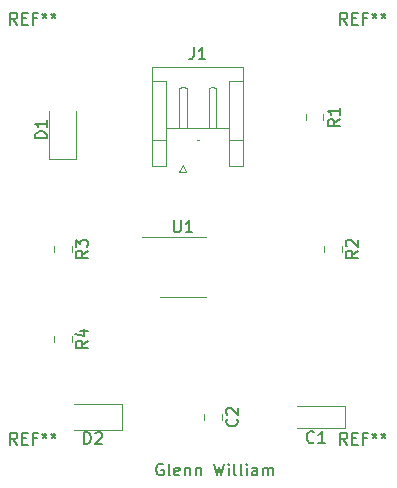
<source format=gbr>
%TF.GenerationSoftware,KiCad,Pcbnew,7.0.10*%
%TF.CreationDate,2024-01-18T13:18:40-08:00*%
%TF.ProjectId,Lab2,4c616232-2e6b-4696-9361-645f70636258,rev?*%
%TF.SameCoordinates,Original*%
%TF.FileFunction,Legend,Top*%
%TF.FilePolarity,Positive*%
%FSLAX46Y46*%
G04 Gerber Fmt 4.6, Leading zero omitted, Abs format (unit mm)*
G04 Created by KiCad (PCBNEW 7.0.10) date 2024-01-18 13:18:40*
%MOMM*%
%LPD*%
G01*
G04 APERTURE LIST*
%ADD10C,0.150000*%
%ADD11C,0.120000*%
G04 APERTURE END LIST*
D10*
X71980588Y-62417438D02*
X71885350Y-62369819D01*
X71885350Y-62369819D02*
X71742493Y-62369819D01*
X71742493Y-62369819D02*
X71599636Y-62417438D01*
X71599636Y-62417438D02*
X71504398Y-62512676D01*
X71504398Y-62512676D02*
X71456779Y-62607914D01*
X71456779Y-62607914D02*
X71409160Y-62798390D01*
X71409160Y-62798390D02*
X71409160Y-62941247D01*
X71409160Y-62941247D02*
X71456779Y-63131723D01*
X71456779Y-63131723D02*
X71504398Y-63226961D01*
X71504398Y-63226961D02*
X71599636Y-63322200D01*
X71599636Y-63322200D02*
X71742493Y-63369819D01*
X71742493Y-63369819D02*
X71837731Y-63369819D01*
X71837731Y-63369819D02*
X71980588Y-63322200D01*
X71980588Y-63322200D02*
X72028207Y-63274580D01*
X72028207Y-63274580D02*
X72028207Y-62941247D01*
X72028207Y-62941247D02*
X71837731Y-62941247D01*
X72599636Y-63369819D02*
X72504398Y-63322200D01*
X72504398Y-63322200D02*
X72456779Y-63226961D01*
X72456779Y-63226961D02*
X72456779Y-62369819D01*
X73361541Y-63322200D02*
X73266303Y-63369819D01*
X73266303Y-63369819D02*
X73075827Y-63369819D01*
X73075827Y-63369819D02*
X72980589Y-63322200D01*
X72980589Y-63322200D02*
X72932970Y-63226961D01*
X72932970Y-63226961D02*
X72932970Y-62846009D01*
X72932970Y-62846009D02*
X72980589Y-62750771D01*
X72980589Y-62750771D02*
X73075827Y-62703152D01*
X73075827Y-62703152D02*
X73266303Y-62703152D01*
X73266303Y-62703152D02*
X73361541Y-62750771D01*
X73361541Y-62750771D02*
X73409160Y-62846009D01*
X73409160Y-62846009D02*
X73409160Y-62941247D01*
X73409160Y-62941247D02*
X72932970Y-63036485D01*
X73837732Y-62703152D02*
X73837732Y-63369819D01*
X73837732Y-62798390D02*
X73885351Y-62750771D01*
X73885351Y-62750771D02*
X73980589Y-62703152D01*
X73980589Y-62703152D02*
X74123446Y-62703152D01*
X74123446Y-62703152D02*
X74218684Y-62750771D01*
X74218684Y-62750771D02*
X74266303Y-62846009D01*
X74266303Y-62846009D02*
X74266303Y-63369819D01*
X74742494Y-62703152D02*
X74742494Y-63369819D01*
X74742494Y-62798390D02*
X74790113Y-62750771D01*
X74790113Y-62750771D02*
X74885351Y-62703152D01*
X74885351Y-62703152D02*
X75028208Y-62703152D01*
X75028208Y-62703152D02*
X75123446Y-62750771D01*
X75123446Y-62750771D02*
X75171065Y-62846009D01*
X75171065Y-62846009D02*
X75171065Y-63369819D01*
X76313923Y-62369819D02*
X76552018Y-63369819D01*
X76552018Y-63369819D02*
X76742494Y-62655533D01*
X76742494Y-62655533D02*
X76932970Y-63369819D01*
X76932970Y-63369819D02*
X77171066Y-62369819D01*
X77552018Y-63369819D02*
X77552018Y-62703152D01*
X77552018Y-62369819D02*
X77504399Y-62417438D01*
X77504399Y-62417438D02*
X77552018Y-62465057D01*
X77552018Y-62465057D02*
X77599637Y-62417438D01*
X77599637Y-62417438D02*
X77552018Y-62369819D01*
X77552018Y-62369819D02*
X77552018Y-62465057D01*
X78171065Y-63369819D02*
X78075827Y-63322200D01*
X78075827Y-63322200D02*
X78028208Y-63226961D01*
X78028208Y-63226961D02*
X78028208Y-62369819D01*
X78694875Y-63369819D02*
X78599637Y-63322200D01*
X78599637Y-63322200D02*
X78552018Y-63226961D01*
X78552018Y-63226961D02*
X78552018Y-62369819D01*
X79075828Y-63369819D02*
X79075828Y-62703152D01*
X79075828Y-62369819D02*
X79028209Y-62417438D01*
X79028209Y-62417438D02*
X79075828Y-62465057D01*
X79075828Y-62465057D02*
X79123447Y-62417438D01*
X79123447Y-62417438D02*
X79075828Y-62369819D01*
X79075828Y-62369819D02*
X79075828Y-62465057D01*
X79980589Y-63369819D02*
X79980589Y-62846009D01*
X79980589Y-62846009D02*
X79932970Y-62750771D01*
X79932970Y-62750771D02*
X79837732Y-62703152D01*
X79837732Y-62703152D02*
X79647256Y-62703152D01*
X79647256Y-62703152D02*
X79552018Y-62750771D01*
X79980589Y-63322200D02*
X79885351Y-63369819D01*
X79885351Y-63369819D02*
X79647256Y-63369819D01*
X79647256Y-63369819D02*
X79552018Y-63322200D01*
X79552018Y-63322200D02*
X79504399Y-63226961D01*
X79504399Y-63226961D02*
X79504399Y-63131723D01*
X79504399Y-63131723D02*
X79552018Y-63036485D01*
X79552018Y-63036485D02*
X79647256Y-62988866D01*
X79647256Y-62988866D02*
X79885351Y-62988866D01*
X79885351Y-62988866D02*
X79980589Y-62941247D01*
X80456780Y-63369819D02*
X80456780Y-62703152D01*
X80456780Y-62798390D02*
X80504399Y-62750771D01*
X80504399Y-62750771D02*
X80599637Y-62703152D01*
X80599637Y-62703152D02*
X80742494Y-62703152D01*
X80742494Y-62703152D02*
X80837732Y-62750771D01*
X80837732Y-62750771D02*
X80885351Y-62846009D01*
X80885351Y-62846009D02*
X80885351Y-63369819D01*
X80885351Y-62846009D02*
X80932970Y-62750771D01*
X80932970Y-62750771D02*
X81028208Y-62703152D01*
X81028208Y-62703152D02*
X81171065Y-62703152D01*
X81171065Y-62703152D02*
X81266304Y-62750771D01*
X81266304Y-62750771D02*
X81313923Y-62846009D01*
X81313923Y-62846009D02*
X81313923Y-63369819D01*
X72898095Y-41774819D02*
X72898095Y-42584342D01*
X72898095Y-42584342D02*
X72945714Y-42679580D01*
X72945714Y-42679580D02*
X72993333Y-42727200D01*
X72993333Y-42727200D02*
X73088571Y-42774819D01*
X73088571Y-42774819D02*
X73279047Y-42774819D01*
X73279047Y-42774819D02*
X73374285Y-42727200D01*
X73374285Y-42727200D02*
X73421904Y-42679580D01*
X73421904Y-42679580D02*
X73469523Y-42584342D01*
X73469523Y-42584342D02*
X73469523Y-41774819D01*
X74469523Y-42774819D02*
X73898095Y-42774819D01*
X74183809Y-42774819D02*
X74183809Y-41774819D01*
X74183809Y-41774819D02*
X74088571Y-41917676D01*
X74088571Y-41917676D02*
X73993333Y-42012914D01*
X73993333Y-42012914D02*
X73898095Y-42060533D01*
X87566666Y-60754819D02*
X87233333Y-60278628D01*
X86995238Y-60754819D02*
X86995238Y-59754819D01*
X86995238Y-59754819D02*
X87376190Y-59754819D01*
X87376190Y-59754819D02*
X87471428Y-59802438D01*
X87471428Y-59802438D02*
X87519047Y-59850057D01*
X87519047Y-59850057D02*
X87566666Y-59945295D01*
X87566666Y-59945295D02*
X87566666Y-60088152D01*
X87566666Y-60088152D02*
X87519047Y-60183390D01*
X87519047Y-60183390D02*
X87471428Y-60231009D01*
X87471428Y-60231009D02*
X87376190Y-60278628D01*
X87376190Y-60278628D02*
X86995238Y-60278628D01*
X87995238Y-60231009D02*
X88328571Y-60231009D01*
X88471428Y-60754819D02*
X87995238Y-60754819D01*
X87995238Y-60754819D02*
X87995238Y-59754819D01*
X87995238Y-59754819D02*
X88471428Y-59754819D01*
X89233333Y-60231009D02*
X88900000Y-60231009D01*
X88900000Y-60754819D02*
X88900000Y-59754819D01*
X88900000Y-59754819D02*
X89376190Y-59754819D01*
X89900000Y-59754819D02*
X89900000Y-59992914D01*
X89661905Y-59897676D02*
X89900000Y-59992914D01*
X89900000Y-59992914D02*
X90138095Y-59897676D01*
X89757143Y-60183390D02*
X89900000Y-59992914D01*
X89900000Y-59992914D02*
X90042857Y-60183390D01*
X90661905Y-59754819D02*
X90661905Y-59992914D01*
X90423810Y-59897676D02*
X90661905Y-59992914D01*
X90661905Y-59992914D02*
X90900000Y-59897676D01*
X90519048Y-60183390D02*
X90661905Y-59992914D01*
X90661905Y-59992914D02*
X90804762Y-60183390D01*
X59626666Y-60754819D02*
X59293333Y-60278628D01*
X59055238Y-60754819D02*
X59055238Y-59754819D01*
X59055238Y-59754819D02*
X59436190Y-59754819D01*
X59436190Y-59754819D02*
X59531428Y-59802438D01*
X59531428Y-59802438D02*
X59579047Y-59850057D01*
X59579047Y-59850057D02*
X59626666Y-59945295D01*
X59626666Y-59945295D02*
X59626666Y-60088152D01*
X59626666Y-60088152D02*
X59579047Y-60183390D01*
X59579047Y-60183390D02*
X59531428Y-60231009D01*
X59531428Y-60231009D02*
X59436190Y-60278628D01*
X59436190Y-60278628D02*
X59055238Y-60278628D01*
X60055238Y-60231009D02*
X60388571Y-60231009D01*
X60531428Y-60754819D02*
X60055238Y-60754819D01*
X60055238Y-60754819D02*
X60055238Y-59754819D01*
X60055238Y-59754819D02*
X60531428Y-59754819D01*
X61293333Y-60231009D02*
X60960000Y-60231009D01*
X60960000Y-60754819D02*
X60960000Y-59754819D01*
X60960000Y-59754819D02*
X61436190Y-59754819D01*
X61960000Y-59754819D02*
X61960000Y-59992914D01*
X61721905Y-59897676D02*
X61960000Y-59992914D01*
X61960000Y-59992914D02*
X62198095Y-59897676D01*
X61817143Y-60183390D02*
X61960000Y-59992914D01*
X61960000Y-59992914D02*
X62102857Y-60183390D01*
X62721905Y-59754819D02*
X62721905Y-59992914D01*
X62483810Y-59897676D02*
X62721905Y-59992914D01*
X62721905Y-59992914D02*
X62960000Y-59897676D01*
X62579048Y-60183390D02*
X62721905Y-59992914D01*
X62721905Y-59992914D02*
X62864762Y-60183390D01*
X87566666Y-25194819D02*
X87233333Y-24718628D01*
X86995238Y-25194819D02*
X86995238Y-24194819D01*
X86995238Y-24194819D02*
X87376190Y-24194819D01*
X87376190Y-24194819D02*
X87471428Y-24242438D01*
X87471428Y-24242438D02*
X87519047Y-24290057D01*
X87519047Y-24290057D02*
X87566666Y-24385295D01*
X87566666Y-24385295D02*
X87566666Y-24528152D01*
X87566666Y-24528152D02*
X87519047Y-24623390D01*
X87519047Y-24623390D02*
X87471428Y-24671009D01*
X87471428Y-24671009D02*
X87376190Y-24718628D01*
X87376190Y-24718628D02*
X86995238Y-24718628D01*
X87995238Y-24671009D02*
X88328571Y-24671009D01*
X88471428Y-25194819D02*
X87995238Y-25194819D01*
X87995238Y-25194819D02*
X87995238Y-24194819D01*
X87995238Y-24194819D02*
X88471428Y-24194819D01*
X89233333Y-24671009D02*
X88900000Y-24671009D01*
X88900000Y-25194819D02*
X88900000Y-24194819D01*
X88900000Y-24194819D02*
X89376190Y-24194819D01*
X89900000Y-24194819D02*
X89900000Y-24432914D01*
X89661905Y-24337676D02*
X89900000Y-24432914D01*
X89900000Y-24432914D02*
X90138095Y-24337676D01*
X89757143Y-24623390D02*
X89900000Y-24432914D01*
X89900000Y-24432914D02*
X90042857Y-24623390D01*
X90661905Y-24194819D02*
X90661905Y-24432914D01*
X90423810Y-24337676D02*
X90661905Y-24432914D01*
X90661905Y-24432914D02*
X90900000Y-24337676D01*
X90519048Y-24623390D02*
X90661905Y-24432914D01*
X90661905Y-24432914D02*
X90804762Y-24623390D01*
X59626666Y-25194819D02*
X59293333Y-24718628D01*
X59055238Y-25194819D02*
X59055238Y-24194819D01*
X59055238Y-24194819D02*
X59436190Y-24194819D01*
X59436190Y-24194819D02*
X59531428Y-24242438D01*
X59531428Y-24242438D02*
X59579047Y-24290057D01*
X59579047Y-24290057D02*
X59626666Y-24385295D01*
X59626666Y-24385295D02*
X59626666Y-24528152D01*
X59626666Y-24528152D02*
X59579047Y-24623390D01*
X59579047Y-24623390D02*
X59531428Y-24671009D01*
X59531428Y-24671009D02*
X59436190Y-24718628D01*
X59436190Y-24718628D02*
X59055238Y-24718628D01*
X60055238Y-24671009D02*
X60388571Y-24671009D01*
X60531428Y-25194819D02*
X60055238Y-25194819D01*
X60055238Y-25194819D02*
X60055238Y-24194819D01*
X60055238Y-24194819D02*
X60531428Y-24194819D01*
X61293333Y-24671009D02*
X60960000Y-24671009D01*
X60960000Y-25194819D02*
X60960000Y-24194819D01*
X60960000Y-24194819D02*
X61436190Y-24194819D01*
X61960000Y-24194819D02*
X61960000Y-24432914D01*
X61721905Y-24337676D02*
X61960000Y-24432914D01*
X61960000Y-24432914D02*
X62198095Y-24337676D01*
X61817143Y-24623390D02*
X61960000Y-24432914D01*
X61960000Y-24432914D02*
X62102857Y-24623390D01*
X62721905Y-24194819D02*
X62721905Y-24432914D01*
X62483810Y-24337676D02*
X62721905Y-24432914D01*
X62721905Y-24432914D02*
X62960000Y-24337676D01*
X62579048Y-24623390D02*
X62721905Y-24432914D01*
X62721905Y-24432914D02*
X62864762Y-24623390D01*
X65301905Y-60694819D02*
X65301905Y-59694819D01*
X65301905Y-59694819D02*
X65540000Y-59694819D01*
X65540000Y-59694819D02*
X65682857Y-59742438D01*
X65682857Y-59742438D02*
X65778095Y-59837676D01*
X65778095Y-59837676D02*
X65825714Y-59932914D01*
X65825714Y-59932914D02*
X65873333Y-60123390D01*
X65873333Y-60123390D02*
X65873333Y-60266247D01*
X65873333Y-60266247D02*
X65825714Y-60456723D01*
X65825714Y-60456723D02*
X65778095Y-60551961D01*
X65778095Y-60551961D02*
X65682857Y-60647200D01*
X65682857Y-60647200D02*
X65540000Y-60694819D01*
X65540000Y-60694819D02*
X65301905Y-60694819D01*
X66254286Y-59790057D02*
X66301905Y-59742438D01*
X66301905Y-59742438D02*
X66397143Y-59694819D01*
X66397143Y-59694819D02*
X66635238Y-59694819D01*
X66635238Y-59694819D02*
X66730476Y-59742438D01*
X66730476Y-59742438D02*
X66778095Y-59790057D01*
X66778095Y-59790057D02*
X66825714Y-59885295D01*
X66825714Y-59885295D02*
X66825714Y-59980533D01*
X66825714Y-59980533D02*
X66778095Y-60123390D01*
X66778095Y-60123390D02*
X66206667Y-60694819D01*
X66206667Y-60694819D02*
X66825714Y-60694819D01*
X88464819Y-44346666D02*
X87988628Y-44679999D01*
X88464819Y-44918094D02*
X87464819Y-44918094D01*
X87464819Y-44918094D02*
X87464819Y-44537142D01*
X87464819Y-44537142D02*
X87512438Y-44441904D01*
X87512438Y-44441904D02*
X87560057Y-44394285D01*
X87560057Y-44394285D02*
X87655295Y-44346666D01*
X87655295Y-44346666D02*
X87798152Y-44346666D01*
X87798152Y-44346666D02*
X87893390Y-44394285D01*
X87893390Y-44394285D02*
X87941009Y-44441904D01*
X87941009Y-44441904D02*
X87988628Y-44537142D01*
X87988628Y-44537142D02*
X87988628Y-44918094D01*
X87560057Y-43965713D02*
X87512438Y-43918094D01*
X87512438Y-43918094D02*
X87464819Y-43822856D01*
X87464819Y-43822856D02*
X87464819Y-43584761D01*
X87464819Y-43584761D02*
X87512438Y-43489523D01*
X87512438Y-43489523D02*
X87560057Y-43441904D01*
X87560057Y-43441904D02*
X87655295Y-43394285D01*
X87655295Y-43394285D02*
X87750533Y-43394285D01*
X87750533Y-43394285D02*
X87893390Y-43441904D01*
X87893390Y-43441904D02*
X88464819Y-44013332D01*
X88464819Y-44013332D02*
X88464819Y-43394285D01*
X86924819Y-33186666D02*
X86448628Y-33519999D01*
X86924819Y-33758094D02*
X85924819Y-33758094D01*
X85924819Y-33758094D02*
X85924819Y-33377142D01*
X85924819Y-33377142D02*
X85972438Y-33281904D01*
X85972438Y-33281904D02*
X86020057Y-33234285D01*
X86020057Y-33234285D02*
X86115295Y-33186666D01*
X86115295Y-33186666D02*
X86258152Y-33186666D01*
X86258152Y-33186666D02*
X86353390Y-33234285D01*
X86353390Y-33234285D02*
X86401009Y-33281904D01*
X86401009Y-33281904D02*
X86448628Y-33377142D01*
X86448628Y-33377142D02*
X86448628Y-33758094D01*
X86924819Y-32234285D02*
X86924819Y-32805713D01*
X86924819Y-32519999D02*
X85924819Y-32519999D01*
X85924819Y-32519999D02*
X86067676Y-32615237D01*
X86067676Y-32615237D02*
X86162914Y-32710475D01*
X86162914Y-32710475D02*
X86210533Y-32805713D01*
X65604819Y-44346666D02*
X65128628Y-44679999D01*
X65604819Y-44918094D02*
X64604819Y-44918094D01*
X64604819Y-44918094D02*
X64604819Y-44537142D01*
X64604819Y-44537142D02*
X64652438Y-44441904D01*
X64652438Y-44441904D02*
X64700057Y-44394285D01*
X64700057Y-44394285D02*
X64795295Y-44346666D01*
X64795295Y-44346666D02*
X64938152Y-44346666D01*
X64938152Y-44346666D02*
X65033390Y-44394285D01*
X65033390Y-44394285D02*
X65081009Y-44441904D01*
X65081009Y-44441904D02*
X65128628Y-44537142D01*
X65128628Y-44537142D02*
X65128628Y-44918094D01*
X64604819Y-44013332D02*
X64604819Y-43394285D01*
X64604819Y-43394285D02*
X64985771Y-43727618D01*
X64985771Y-43727618D02*
X64985771Y-43584761D01*
X64985771Y-43584761D02*
X65033390Y-43489523D01*
X65033390Y-43489523D02*
X65081009Y-43441904D01*
X65081009Y-43441904D02*
X65176247Y-43394285D01*
X65176247Y-43394285D02*
X65414342Y-43394285D01*
X65414342Y-43394285D02*
X65509580Y-43441904D01*
X65509580Y-43441904D02*
X65557200Y-43489523D01*
X65557200Y-43489523D02*
X65604819Y-43584761D01*
X65604819Y-43584761D02*
X65604819Y-43870475D01*
X65604819Y-43870475D02*
X65557200Y-43965713D01*
X65557200Y-43965713D02*
X65509580Y-44013332D01*
X78239580Y-58586666D02*
X78287200Y-58634285D01*
X78287200Y-58634285D02*
X78334819Y-58777142D01*
X78334819Y-58777142D02*
X78334819Y-58872380D01*
X78334819Y-58872380D02*
X78287200Y-59015237D01*
X78287200Y-59015237D02*
X78191961Y-59110475D01*
X78191961Y-59110475D02*
X78096723Y-59158094D01*
X78096723Y-59158094D02*
X77906247Y-59205713D01*
X77906247Y-59205713D02*
X77763390Y-59205713D01*
X77763390Y-59205713D02*
X77572914Y-59158094D01*
X77572914Y-59158094D02*
X77477676Y-59110475D01*
X77477676Y-59110475D02*
X77382438Y-59015237D01*
X77382438Y-59015237D02*
X77334819Y-58872380D01*
X77334819Y-58872380D02*
X77334819Y-58777142D01*
X77334819Y-58777142D02*
X77382438Y-58634285D01*
X77382438Y-58634285D02*
X77430057Y-58586666D01*
X77430057Y-58205713D02*
X77382438Y-58158094D01*
X77382438Y-58158094D02*
X77334819Y-58062856D01*
X77334819Y-58062856D02*
X77334819Y-57824761D01*
X77334819Y-57824761D02*
X77382438Y-57729523D01*
X77382438Y-57729523D02*
X77430057Y-57681904D01*
X77430057Y-57681904D02*
X77525295Y-57634285D01*
X77525295Y-57634285D02*
X77620533Y-57634285D01*
X77620533Y-57634285D02*
X77763390Y-57681904D01*
X77763390Y-57681904D02*
X78334819Y-58253332D01*
X78334819Y-58253332D02*
X78334819Y-57634285D01*
X84755833Y-60529580D02*
X84708214Y-60577200D01*
X84708214Y-60577200D02*
X84565357Y-60624819D01*
X84565357Y-60624819D02*
X84470119Y-60624819D01*
X84470119Y-60624819D02*
X84327262Y-60577200D01*
X84327262Y-60577200D02*
X84232024Y-60481961D01*
X84232024Y-60481961D02*
X84184405Y-60386723D01*
X84184405Y-60386723D02*
X84136786Y-60196247D01*
X84136786Y-60196247D02*
X84136786Y-60053390D01*
X84136786Y-60053390D02*
X84184405Y-59862914D01*
X84184405Y-59862914D02*
X84232024Y-59767676D01*
X84232024Y-59767676D02*
X84327262Y-59672438D01*
X84327262Y-59672438D02*
X84470119Y-59624819D01*
X84470119Y-59624819D02*
X84565357Y-59624819D01*
X84565357Y-59624819D02*
X84708214Y-59672438D01*
X84708214Y-59672438D02*
X84755833Y-59720057D01*
X85708214Y-60624819D02*
X85136786Y-60624819D01*
X85422500Y-60624819D02*
X85422500Y-59624819D01*
X85422500Y-59624819D02*
X85327262Y-59767676D01*
X85327262Y-59767676D02*
X85232024Y-59862914D01*
X85232024Y-59862914D02*
X85136786Y-59910533D01*
X65604819Y-51966666D02*
X65128628Y-52299999D01*
X65604819Y-52538094D02*
X64604819Y-52538094D01*
X64604819Y-52538094D02*
X64604819Y-52157142D01*
X64604819Y-52157142D02*
X64652438Y-52061904D01*
X64652438Y-52061904D02*
X64700057Y-52014285D01*
X64700057Y-52014285D02*
X64795295Y-51966666D01*
X64795295Y-51966666D02*
X64938152Y-51966666D01*
X64938152Y-51966666D02*
X65033390Y-52014285D01*
X65033390Y-52014285D02*
X65081009Y-52061904D01*
X65081009Y-52061904D02*
X65128628Y-52157142D01*
X65128628Y-52157142D02*
X65128628Y-52538094D01*
X64938152Y-51109523D02*
X65604819Y-51109523D01*
X64557200Y-51347618D02*
X65271485Y-51585713D01*
X65271485Y-51585713D02*
X65271485Y-50966666D01*
X62134819Y-34810594D02*
X61134819Y-34810594D01*
X61134819Y-34810594D02*
X61134819Y-34572499D01*
X61134819Y-34572499D02*
X61182438Y-34429642D01*
X61182438Y-34429642D02*
X61277676Y-34334404D01*
X61277676Y-34334404D02*
X61372914Y-34286785D01*
X61372914Y-34286785D02*
X61563390Y-34239166D01*
X61563390Y-34239166D02*
X61706247Y-34239166D01*
X61706247Y-34239166D02*
X61896723Y-34286785D01*
X61896723Y-34286785D02*
X61991961Y-34334404D01*
X61991961Y-34334404D02*
X62087200Y-34429642D01*
X62087200Y-34429642D02*
X62134819Y-34572499D01*
X62134819Y-34572499D02*
X62134819Y-34810594D01*
X62134819Y-33286785D02*
X62134819Y-33858213D01*
X62134819Y-33572499D02*
X61134819Y-33572499D01*
X61134819Y-33572499D02*
X61277676Y-33667737D01*
X61277676Y-33667737D02*
X61372914Y-33762975D01*
X61372914Y-33762975D02*
X61420533Y-33858213D01*
X74576666Y-27114819D02*
X74576666Y-27829104D01*
X74576666Y-27829104D02*
X74529047Y-27971961D01*
X74529047Y-27971961D02*
X74433809Y-28067200D01*
X74433809Y-28067200D02*
X74290952Y-28114819D01*
X74290952Y-28114819D02*
X74195714Y-28114819D01*
X75576666Y-28114819D02*
X75005238Y-28114819D01*
X75290952Y-28114819D02*
X75290952Y-27114819D01*
X75290952Y-27114819D02*
X75195714Y-27257676D01*
X75195714Y-27257676D02*
X75100476Y-27352914D01*
X75100476Y-27352914D02*
X75005238Y-27400533D01*
D11*
%TO.C,U1*%
X73660000Y-43160000D02*
X70210000Y-43160000D01*
X73660000Y-43160000D02*
X75610000Y-43160000D01*
X73660000Y-48280000D02*
X71710000Y-48280000D01*
X73660000Y-48280000D02*
X75610000Y-48280000D01*
%TO.C,D2*%
X68500000Y-59555000D02*
X68500000Y-57285000D01*
X68500000Y-57285000D02*
X64440000Y-57285000D01*
X64440000Y-59555000D02*
X68500000Y-59555000D01*
%TO.C,R2*%
X85625000Y-43952936D02*
X85625000Y-44407064D01*
X87095000Y-43952936D02*
X87095000Y-44407064D01*
%TO.C,R1*%
X84085000Y-32792936D02*
X84085000Y-33247064D01*
X85555000Y-32792936D02*
X85555000Y-33247064D01*
%TO.C,R3*%
X64235000Y-43952936D02*
X64235000Y-44407064D01*
X62765000Y-43952936D02*
X62765000Y-44407064D01*
%TO.C,C2*%
X76935000Y-58158748D02*
X76935000Y-58681252D01*
X75465000Y-58158748D02*
X75465000Y-58681252D01*
%TO.C,C1*%
X83322500Y-59355000D02*
X87407500Y-59355000D01*
X87407500Y-57485000D02*
X83322500Y-57485000D01*
X87407500Y-59355000D02*
X87407500Y-57485000D01*
%TO.C,R4*%
X64235000Y-51572936D02*
X64235000Y-52027064D01*
X62765000Y-51572936D02*
X62765000Y-52027064D01*
%TO.C,D1*%
X62365000Y-36532500D02*
X64635000Y-36532500D01*
X64635000Y-36532500D02*
X64635000Y-32472500D01*
X62365000Y-32472500D02*
X62365000Y-36532500D01*
%TO.C,J1*%
X71050000Y-28750000D02*
X78770000Y-28750000D01*
X71050000Y-29970000D02*
X72270000Y-29970000D01*
X71050000Y-37170000D02*
X71050000Y-28750000D01*
X72270000Y-29970000D02*
X72270000Y-34970000D01*
X72270000Y-33970000D02*
X77550000Y-33970000D01*
X72270000Y-34970000D02*
X71050000Y-34970000D01*
X72270000Y-34970000D02*
X72270000Y-37170000D01*
X72270000Y-37170000D02*
X71050000Y-37170000D01*
X73340000Y-30550000D02*
X73660000Y-30470000D01*
X73340000Y-33970000D02*
X73340000Y-30550000D01*
X73360000Y-37660000D02*
X73960000Y-37660000D01*
X73660000Y-30470000D02*
X73980000Y-30550000D01*
X73660000Y-33970000D02*
X73340000Y-33970000D01*
X73660000Y-37060000D02*
X73360000Y-37660000D01*
X73960000Y-37660000D02*
X73660000Y-37060000D01*
X73980000Y-30550000D02*
X73980000Y-33970000D01*
X73980000Y-33970000D02*
X73660000Y-33970000D01*
X74830000Y-34970000D02*
X74990000Y-34970000D01*
X75840000Y-30550000D02*
X76160000Y-30470000D01*
X75840000Y-33970000D02*
X75840000Y-30550000D01*
X76160000Y-30470000D02*
X76480000Y-30550000D01*
X76160000Y-33970000D02*
X75840000Y-33970000D01*
X76480000Y-30550000D02*
X76480000Y-33970000D01*
X76480000Y-33970000D02*
X76160000Y-33970000D01*
X77550000Y-29970000D02*
X77550000Y-34970000D01*
X77550000Y-34970000D02*
X78770000Y-34970000D01*
X77550000Y-37170000D02*
X77550000Y-34970000D01*
X78770000Y-28750000D02*
X78770000Y-37170000D01*
X78770000Y-29970000D02*
X77550000Y-29970000D01*
X78770000Y-37170000D02*
X77550000Y-37170000D01*
%TD*%
M02*

</source>
